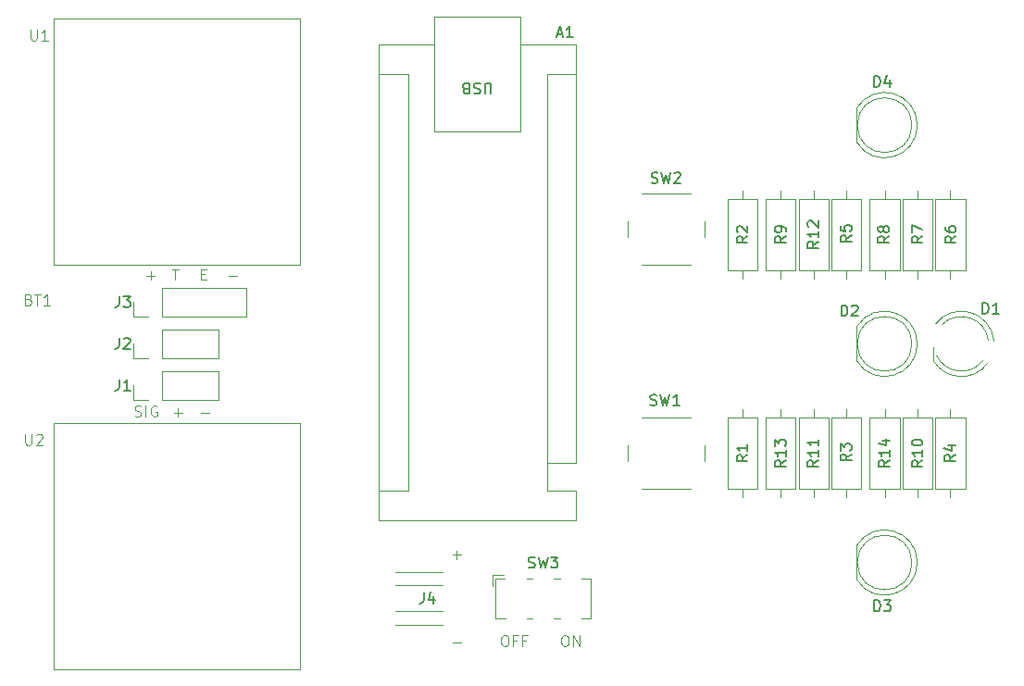
<source format=gto>
%TF.GenerationSoftware,KiCad,Pcbnew,8.0.0*%
%TF.CreationDate,2024-04-12T21:43:52+10:00*%
%TF.ProjectId,ghost-bot,67686f73-742d-4626-9f74-2e6b69636164,rev?*%
%TF.SameCoordinates,Original*%
%TF.FileFunction,Legend,Top*%
%TF.FilePolarity,Positive*%
%FSLAX46Y46*%
G04 Gerber Fmt 4.6, Leading zero omitted, Abs format (unit mm)*
G04 Created by KiCad (PCBNEW 8.0.0) date 2024-04-12 21:43:52*
%MOMM*%
%LPD*%
G01*
G04 APERTURE LIST*
%ADD10C,0.100000*%
%ADD11C,0.150000*%
%ADD12C,0.120000*%
G04 APERTURE END LIST*
D10*
X161171503Y-140657418D02*
X161361979Y-140657418D01*
X161361979Y-140657418D02*
X161457217Y-140705037D01*
X161457217Y-140705037D02*
X161552455Y-140800275D01*
X161552455Y-140800275D02*
X161600074Y-140990751D01*
X161600074Y-140990751D02*
X161600074Y-141324084D01*
X161600074Y-141324084D02*
X161552455Y-141514560D01*
X161552455Y-141514560D02*
X161457217Y-141609799D01*
X161457217Y-141609799D02*
X161361979Y-141657418D01*
X161361979Y-141657418D02*
X161171503Y-141657418D01*
X161171503Y-141657418D02*
X161076265Y-141609799D01*
X161076265Y-141609799D02*
X160981027Y-141514560D01*
X160981027Y-141514560D02*
X160933408Y-141324084D01*
X160933408Y-141324084D02*
X160933408Y-140990751D01*
X160933408Y-140990751D02*
X160981027Y-140800275D01*
X160981027Y-140800275D02*
X161076265Y-140705037D01*
X161076265Y-140705037D02*
X161171503Y-140657418D01*
X162361979Y-141133608D02*
X162028646Y-141133608D01*
X162028646Y-141657418D02*
X162028646Y-140657418D01*
X162028646Y-140657418D02*
X162504836Y-140657418D01*
X163219122Y-141133608D02*
X162885789Y-141133608D01*
X162885789Y-141657418D02*
X162885789Y-140657418D01*
X162885789Y-140657418D02*
X163361979Y-140657418D01*
X166671503Y-140657418D02*
X166861979Y-140657418D01*
X166861979Y-140657418D02*
X166957217Y-140705037D01*
X166957217Y-140705037D02*
X167052455Y-140800275D01*
X167052455Y-140800275D02*
X167100074Y-140990751D01*
X167100074Y-140990751D02*
X167100074Y-141324084D01*
X167100074Y-141324084D02*
X167052455Y-141514560D01*
X167052455Y-141514560D02*
X166957217Y-141609799D01*
X166957217Y-141609799D02*
X166861979Y-141657418D01*
X166861979Y-141657418D02*
X166671503Y-141657418D01*
X166671503Y-141657418D02*
X166576265Y-141609799D01*
X166576265Y-141609799D02*
X166481027Y-141514560D01*
X166481027Y-141514560D02*
X166433408Y-141324084D01*
X166433408Y-141324084D02*
X166433408Y-140990751D01*
X166433408Y-140990751D02*
X166481027Y-140800275D01*
X166481027Y-140800275D02*
X166576265Y-140705037D01*
X166576265Y-140705037D02*
X166671503Y-140657418D01*
X167528646Y-141657418D02*
X167528646Y-140657418D01*
X167528646Y-140657418D02*
X168100074Y-141657418D01*
X168100074Y-141657418D02*
X168100074Y-140657418D01*
X156481027Y-141276465D02*
X157242932Y-141276465D01*
X127433408Y-120609799D02*
X127576265Y-120657418D01*
X127576265Y-120657418D02*
X127814360Y-120657418D01*
X127814360Y-120657418D02*
X127909598Y-120609799D01*
X127909598Y-120609799D02*
X127957217Y-120562179D01*
X127957217Y-120562179D02*
X128004836Y-120466941D01*
X128004836Y-120466941D02*
X128004836Y-120371703D01*
X128004836Y-120371703D02*
X127957217Y-120276465D01*
X127957217Y-120276465D02*
X127909598Y-120228846D01*
X127909598Y-120228846D02*
X127814360Y-120181227D01*
X127814360Y-120181227D02*
X127623884Y-120133608D01*
X127623884Y-120133608D02*
X127528646Y-120085989D01*
X127528646Y-120085989D02*
X127481027Y-120038370D01*
X127481027Y-120038370D02*
X127433408Y-119943132D01*
X127433408Y-119943132D02*
X127433408Y-119847894D01*
X127433408Y-119847894D02*
X127481027Y-119752656D01*
X127481027Y-119752656D02*
X127528646Y-119705037D01*
X127528646Y-119705037D02*
X127623884Y-119657418D01*
X127623884Y-119657418D02*
X127861979Y-119657418D01*
X127861979Y-119657418D02*
X128004836Y-119705037D01*
X128433408Y-120657418D02*
X128433408Y-119657418D01*
X129433407Y-119705037D02*
X129338169Y-119657418D01*
X129338169Y-119657418D02*
X129195312Y-119657418D01*
X129195312Y-119657418D02*
X129052455Y-119705037D01*
X129052455Y-119705037D02*
X128957217Y-119800275D01*
X128957217Y-119800275D02*
X128909598Y-119895513D01*
X128909598Y-119895513D02*
X128861979Y-120085989D01*
X128861979Y-120085989D02*
X128861979Y-120228846D01*
X128861979Y-120228846D02*
X128909598Y-120419322D01*
X128909598Y-120419322D02*
X128957217Y-120514560D01*
X128957217Y-120514560D02*
X129052455Y-120609799D01*
X129052455Y-120609799D02*
X129195312Y-120657418D01*
X129195312Y-120657418D02*
X129290550Y-120657418D01*
X129290550Y-120657418D02*
X129433407Y-120609799D01*
X129433407Y-120609799D02*
X129481026Y-120562179D01*
X129481026Y-120562179D02*
X129481026Y-120228846D01*
X129481026Y-120228846D02*
X129290550Y-120228846D01*
X130838170Y-107157418D02*
X131409598Y-107157418D01*
X131123884Y-108157418D02*
X131123884Y-107157418D01*
X135981027Y-107776465D02*
X136742932Y-107776465D01*
X133481027Y-120276465D02*
X134242932Y-120276465D01*
X130981027Y-120276465D02*
X131742932Y-120276465D01*
X131361979Y-120657418D02*
X131361979Y-119895513D01*
X156481027Y-133276465D02*
X157242932Y-133276465D01*
X156861979Y-133657418D02*
X156861979Y-132895513D01*
X128481027Y-107776465D02*
X129242932Y-107776465D01*
X128861979Y-108157418D02*
X128861979Y-107395513D01*
X133481027Y-107633608D02*
X133814360Y-107633608D01*
X133957217Y-108157418D02*
X133481027Y-108157418D01*
X133481027Y-108157418D02*
X133481027Y-107157418D01*
X133481027Y-107157418D02*
X133957217Y-107157418D01*
D11*
X166045717Y-85669104D02*
X166521907Y-85669104D01*
X165950479Y-85954819D02*
X166283812Y-84954819D01*
X166283812Y-84954819D02*
X166617145Y-85954819D01*
X167474288Y-85954819D02*
X166902860Y-85954819D01*
X167188574Y-85954819D02*
X167188574Y-84954819D01*
X167188574Y-84954819D02*
X167093336Y-85097676D01*
X167093336Y-85097676D02*
X166998098Y-85192914D01*
X166998098Y-85192914D02*
X166902860Y-85240533D01*
X160011904Y-91145180D02*
X160011904Y-90335657D01*
X160011904Y-90335657D02*
X159964285Y-90240419D01*
X159964285Y-90240419D02*
X159916666Y-90192800D01*
X159916666Y-90192800D02*
X159821428Y-90145180D01*
X159821428Y-90145180D02*
X159630952Y-90145180D01*
X159630952Y-90145180D02*
X159535714Y-90192800D01*
X159535714Y-90192800D02*
X159488095Y-90240419D01*
X159488095Y-90240419D02*
X159440476Y-90335657D01*
X159440476Y-90335657D02*
X159440476Y-91145180D01*
X159011904Y-90192800D02*
X158869047Y-90145180D01*
X158869047Y-90145180D02*
X158630952Y-90145180D01*
X158630952Y-90145180D02*
X158535714Y-90192800D01*
X158535714Y-90192800D02*
X158488095Y-90240419D01*
X158488095Y-90240419D02*
X158440476Y-90335657D01*
X158440476Y-90335657D02*
X158440476Y-90430895D01*
X158440476Y-90430895D02*
X158488095Y-90526133D01*
X158488095Y-90526133D02*
X158535714Y-90573752D01*
X158535714Y-90573752D02*
X158630952Y-90621371D01*
X158630952Y-90621371D02*
X158821428Y-90668990D01*
X158821428Y-90668990D02*
X158916666Y-90716609D01*
X158916666Y-90716609D02*
X158964285Y-90764228D01*
X158964285Y-90764228D02*
X159011904Y-90859466D01*
X159011904Y-90859466D02*
X159011904Y-90954704D01*
X159011904Y-90954704D02*
X158964285Y-91049942D01*
X158964285Y-91049942D02*
X158916666Y-91097561D01*
X158916666Y-91097561D02*
X158821428Y-91145180D01*
X158821428Y-91145180D02*
X158583333Y-91145180D01*
X158583333Y-91145180D02*
X158440476Y-91097561D01*
X157678571Y-90668990D02*
X157535714Y-90621371D01*
X157535714Y-90621371D02*
X157488095Y-90573752D01*
X157488095Y-90573752D02*
X157440476Y-90478514D01*
X157440476Y-90478514D02*
X157440476Y-90335657D01*
X157440476Y-90335657D02*
X157488095Y-90240419D01*
X157488095Y-90240419D02*
X157535714Y-90192800D01*
X157535714Y-90192800D02*
X157630952Y-90145180D01*
X157630952Y-90145180D02*
X158011904Y-90145180D01*
X158011904Y-90145180D02*
X158011904Y-91145180D01*
X158011904Y-91145180D02*
X157678571Y-91145180D01*
X157678571Y-91145180D02*
X157583333Y-91097561D01*
X157583333Y-91097561D02*
X157535714Y-91049942D01*
X157535714Y-91049942D02*
X157488095Y-90954704D01*
X157488095Y-90954704D02*
X157488095Y-90859466D01*
X157488095Y-90859466D02*
X157535714Y-90764228D01*
X157535714Y-90764228D02*
X157583333Y-90716609D01*
X157583333Y-90716609D02*
X157678571Y-90668990D01*
X157678571Y-90668990D02*
X158011904Y-90668990D01*
X202454822Y-124166666D02*
X201978631Y-124499999D01*
X202454822Y-124738094D02*
X201454822Y-124738094D01*
X201454822Y-124738094D02*
X201454822Y-124357142D01*
X201454822Y-124357142D02*
X201502441Y-124261904D01*
X201502441Y-124261904D02*
X201550060Y-124214285D01*
X201550060Y-124214285D02*
X201645298Y-124166666D01*
X201645298Y-124166666D02*
X201788155Y-124166666D01*
X201788155Y-124166666D02*
X201883393Y-124214285D01*
X201883393Y-124214285D02*
X201931012Y-124261904D01*
X201931012Y-124261904D02*
X201978631Y-124357142D01*
X201978631Y-124357142D02*
X201978631Y-124738094D01*
X201788155Y-123309523D02*
X202454822Y-123309523D01*
X201407203Y-123547618D02*
X202121488Y-123785713D01*
X202121488Y-123785713D02*
X202121488Y-123166666D01*
X125996666Y-113454819D02*
X125996666Y-114169104D01*
X125996666Y-114169104D02*
X125949047Y-114311961D01*
X125949047Y-114311961D02*
X125853809Y-114407200D01*
X125853809Y-114407200D02*
X125710952Y-114454819D01*
X125710952Y-114454819D02*
X125615714Y-114454819D01*
X126425238Y-113550057D02*
X126472857Y-113502438D01*
X126472857Y-113502438D02*
X126568095Y-113454819D01*
X126568095Y-113454819D02*
X126806190Y-113454819D01*
X126806190Y-113454819D02*
X126901428Y-113502438D01*
X126901428Y-113502438D02*
X126949047Y-113550057D01*
X126949047Y-113550057D02*
X126996666Y-113645295D01*
X126996666Y-113645295D02*
X126996666Y-113740533D01*
X126996666Y-113740533D02*
X126949047Y-113883390D01*
X126949047Y-113883390D02*
X126377619Y-114454819D01*
X126377619Y-114454819D02*
X126996666Y-114454819D01*
X163436310Y-134442199D02*
X163579167Y-134489818D01*
X163579167Y-134489818D02*
X163817262Y-134489818D01*
X163817262Y-134489818D02*
X163912500Y-134442199D01*
X163912500Y-134442199D02*
X163960119Y-134394579D01*
X163960119Y-134394579D02*
X164007738Y-134299341D01*
X164007738Y-134299341D02*
X164007738Y-134204103D01*
X164007738Y-134204103D02*
X163960119Y-134108865D01*
X163960119Y-134108865D02*
X163912500Y-134061246D01*
X163912500Y-134061246D02*
X163817262Y-134013627D01*
X163817262Y-134013627D02*
X163626786Y-133966008D01*
X163626786Y-133966008D02*
X163531548Y-133918389D01*
X163531548Y-133918389D02*
X163483929Y-133870770D01*
X163483929Y-133870770D02*
X163436310Y-133775532D01*
X163436310Y-133775532D02*
X163436310Y-133680294D01*
X163436310Y-133680294D02*
X163483929Y-133585056D01*
X163483929Y-133585056D02*
X163531548Y-133537437D01*
X163531548Y-133537437D02*
X163626786Y-133489818D01*
X163626786Y-133489818D02*
X163864881Y-133489818D01*
X163864881Y-133489818D02*
X164007738Y-133537437D01*
X164341072Y-133489818D02*
X164579167Y-134489818D01*
X164579167Y-134489818D02*
X164769643Y-133775532D01*
X164769643Y-133775532D02*
X164960119Y-134489818D01*
X164960119Y-134489818D02*
X165198215Y-133489818D01*
X165483929Y-133489818D02*
X166102976Y-133489818D01*
X166102976Y-133489818D02*
X165769643Y-133870770D01*
X165769643Y-133870770D02*
X165912500Y-133870770D01*
X165912500Y-133870770D02*
X166007738Y-133918389D01*
X166007738Y-133918389D02*
X166055357Y-133966008D01*
X166055357Y-133966008D02*
X166102976Y-134061246D01*
X166102976Y-134061246D02*
X166102976Y-134299341D01*
X166102976Y-134299341D02*
X166055357Y-134394579D01*
X166055357Y-134394579D02*
X166007738Y-134442199D01*
X166007738Y-134442199D02*
X165912500Y-134489818D01*
X165912500Y-134489818D02*
X165626786Y-134489818D01*
X165626786Y-134489818D02*
X165531548Y-134442199D01*
X165531548Y-134442199D02*
X165483929Y-134394579D01*
X189954822Y-104642857D02*
X189478631Y-104976190D01*
X189954822Y-105214285D02*
X188954822Y-105214285D01*
X188954822Y-105214285D02*
X188954822Y-104833333D01*
X188954822Y-104833333D02*
X189002441Y-104738095D01*
X189002441Y-104738095D02*
X189050060Y-104690476D01*
X189050060Y-104690476D02*
X189145298Y-104642857D01*
X189145298Y-104642857D02*
X189288155Y-104642857D01*
X189288155Y-104642857D02*
X189383393Y-104690476D01*
X189383393Y-104690476D02*
X189431012Y-104738095D01*
X189431012Y-104738095D02*
X189478631Y-104833333D01*
X189478631Y-104833333D02*
X189478631Y-105214285D01*
X189954822Y-103690476D02*
X189954822Y-104261904D01*
X189954822Y-103976190D02*
X188954822Y-103976190D01*
X188954822Y-103976190D02*
X189097679Y-104071428D01*
X189097679Y-104071428D02*
X189192917Y-104166666D01*
X189192917Y-104166666D02*
X189240536Y-104261904D01*
X189050060Y-103309523D02*
X189002441Y-103261904D01*
X189002441Y-103261904D02*
X188954822Y-103166666D01*
X188954822Y-103166666D02*
X188954822Y-102928571D01*
X188954822Y-102928571D02*
X189002441Y-102833333D01*
X189002441Y-102833333D02*
X189050060Y-102785714D01*
X189050060Y-102785714D02*
X189145298Y-102738095D01*
X189145298Y-102738095D02*
X189240536Y-102738095D01*
X189240536Y-102738095D02*
X189383393Y-102785714D01*
X189383393Y-102785714D02*
X189954822Y-103357142D01*
X189954822Y-103357142D02*
X189954822Y-102738095D01*
X153843809Y-136739818D02*
X153843809Y-137454103D01*
X153843809Y-137454103D02*
X153796190Y-137596960D01*
X153796190Y-137596960D02*
X153700952Y-137692199D01*
X153700952Y-137692199D02*
X153558095Y-137739818D01*
X153558095Y-137739818D02*
X153462857Y-137739818D01*
X154748571Y-137073151D02*
X154748571Y-137739818D01*
X154510476Y-136692199D02*
X154272381Y-137406484D01*
X154272381Y-137406484D02*
X154891428Y-137406484D01*
X192954822Y-104086666D02*
X192478631Y-104419999D01*
X192954822Y-104658094D02*
X191954822Y-104658094D01*
X191954822Y-104658094D02*
X191954822Y-104277142D01*
X191954822Y-104277142D02*
X192002441Y-104181904D01*
X192002441Y-104181904D02*
X192050060Y-104134285D01*
X192050060Y-104134285D02*
X192145298Y-104086666D01*
X192145298Y-104086666D02*
X192288155Y-104086666D01*
X192288155Y-104086666D02*
X192383393Y-104134285D01*
X192383393Y-104134285D02*
X192431012Y-104181904D01*
X192431012Y-104181904D02*
X192478631Y-104277142D01*
X192478631Y-104277142D02*
X192478631Y-104658094D01*
X191954822Y-103181904D02*
X191954822Y-103658094D01*
X191954822Y-103658094D02*
X192431012Y-103705713D01*
X192431012Y-103705713D02*
X192383393Y-103658094D01*
X192383393Y-103658094D02*
X192335774Y-103562856D01*
X192335774Y-103562856D02*
X192335774Y-103324761D01*
X192335774Y-103324761D02*
X192383393Y-103229523D01*
X192383393Y-103229523D02*
X192431012Y-103181904D01*
X192431012Y-103181904D02*
X192526250Y-103134285D01*
X192526250Y-103134285D02*
X192764345Y-103134285D01*
X192764345Y-103134285D02*
X192859583Y-103181904D01*
X192859583Y-103181904D02*
X192907203Y-103229523D01*
X192907203Y-103229523D02*
X192954822Y-103324761D01*
X192954822Y-103324761D02*
X192954822Y-103562856D01*
X192954822Y-103562856D02*
X192907203Y-103658094D01*
X192907203Y-103658094D02*
X192859583Y-103705713D01*
X195026908Y-90494819D02*
X195026908Y-89494819D01*
X195026908Y-89494819D02*
X195265003Y-89494819D01*
X195265003Y-89494819D02*
X195407860Y-89542438D01*
X195407860Y-89542438D02*
X195503098Y-89637676D01*
X195503098Y-89637676D02*
X195550717Y-89732914D01*
X195550717Y-89732914D02*
X195598336Y-89923390D01*
X195598336Y-89923390D02*
X195598336Y-90066247D01*
X195598336Y-90066247D02*
X195550717Y-90256723D01*
X195550717Y-90256723D02*
X195503098Y-90351961D01*
X195503098Y-90351961D02*
X195407860Y-90447200D01*
X195407860Y-90447200D02*
X195265003Y-90494819D01*
X195265003Y-90494819D02*
X195026908Y-90494819D01*
X196455479Y-89828152D02*
X196455479Y-90494819D01*
X196217384Y-89447200D02*
X195979289Y-90161485D01*
X195979289Y-90161485D02*
X196598336Y-90161485D01*
X202504822Y-104166666D02*
X202028631Y-104499999D01*
X202504822Y-104738094D02*
X201504822Y-104738094D01*
X201504822Y-104738094D02*
X201504822Y-104357142D01*
X201504822Y-104357142D02*
X201552441Y-104261904D01*
X201552441Y-104261904D02*
X201600060Y-104214285D01*
X201600060Y-104214285D02*
X201695298Y-104166666D01*
X201695298Y-104166666D02*
X201838155Y-104166666D01*
X201838155Y-104166666D02*
X201933393Y-104214285D01*
X201933393Y-104214285D02*
X201981012Y-104261904D01*
X201981012Y-104261904D02*
X202028631Y-104357142D01*
X202028631Y-104357142D02*
X202028631Y-104738094D01*
X201504822Y-103309523D02*
X201504822Y-103499999D01*
X201504822Y-103499999D02*
X201552441Y-103595237D01*
X201552441Y-103595237D02*
X201600060Y-103642856D01*
X201600060Y-103642856D02*
X201742917Y-103738094D01*
X201742917Y-103738094D02*
X201933393Y-103785713D01*
X201933393Y-103785713D02*
X202314345Y-103785713D01*
X202314345Y-103785713D02*
X202409583Y-103738094D01*
X202409583Y-103738094D02*
X202457203Y-103690475D01*
X202457203Y-103690475D02*
X202504822Y-103595237D01*
X202504822Y-103595237D02*
X202504822Y-103404761D01*
X202504822Y-103404761D02*
X202457203Y-103309523D01*
X202457203Y-103309523D02*
X202409583Y-103261904D01*
X202409583Y-103261904D02*
X202314345Y-103214285D01*
X202314345Y-103214285D02*
X202076250Y-103214285D01*
X202076250Y-103214285D02*
X201981012Y-103261904D01*
X201981012Y-103261904D02*
X201933393Y-103309523D01*
X201933393Y-103309523D02*
X201885774Y-103404761D01*
X201885774Y-103404761D02*
X201885774Y-103595237D01*
X201885774Y-103595237D02*
X201933393Y-103690475D01*
X201933393Y-103690475D02*
X201981012Y-103738094D01*
X201981012Y-103738094D02*
X202076250Y-103785713D01*
X186954822Y-124642857D02*
X186478631Y-124976190D01*
X186954822Y-125214285D02*
X185954822Y-125214285D01*
X185954822Y-125214285D02*
X185954822Y-124833333D01*
X185954822Y-124833333D02*
X186002441Y-124738095D01*
X186002441Y-124738095D02*
X186050060Y-124690476D01*
X186050060Y-124690476D02*
X186145298Y-124642857D01*
X186145298Y-124642857D02*
X186288155Y-124642857D01*
X186288155Y-124642857D02*
X186383393Y-124690476D01*
X186383393Y-124690476D02*
X186431012Y-124738095D01*
X186431012Y-124738095D02*
X186478631Y-124833333D01*
X186478631Y-124833333D02*
X186478631Y-125214285D01*
X186954822Y-123690476D02*
X186954822Y-124261904D01*
X186954822Y-123976190D02*
X185954822Y-123976190D01*
X185954822Y-123976190D02*
X186097679Y-124071428D01*
X186097679Y-124071428D02*
X186192917Y-124166666D01*
X186192917Y-124166666D02*
X186240536Y-124261904D01*
X185954822Y-123357142D02*
X185954822Y-122738095D01*
X185954822Y-122738095D02*
X186335774Y-123071428D01*
X186335774Y-123071428D02*
X186335774Y-122928571D01*
X186335774Y-122928571D02*
X186383393Y-122833333D01*
X186383393Y-122833333D02*
X186431012Y-122785714D01*
X186431012Y-122785714D02*
X186526250Y-122738095D01*
X186526250Y-122738095D02*
X186764345Y-122738095D01*
X186764345Y-122738095D02*
X186859583Y-122785714D01*
X186859583Y-122785714D02*
X186907203Y-122833333D01*
X186907203Y-122833333D02*
X186954822Y-122928571D01*
X186954822Y-122928571D02*
X186954822Y-123214285D01*
X186954822Y-123214285D02*
X186907203Y-123309523D01*
X186907203Y-123309523D02*
X186859583Y-123357142D01*
X174571667Y-119582200D02*
X174714524Y-119629819D01*
X174714524Y-119629819D02*
X174952619Y-119629819D01*
X174952619Y-119629819D02*
X175047857Y-119582200D01*
X175047857Y-119582200D02*
X175095476Y-119534580D01*
X175095476Y-119534580D02*
X175143095Y-119439342D01*
X175143095Y-119439342D02*
X175143095Y-119344104D01*
X175143095Y-119344104D02*
X175095476Y-119248866D01*
X175095476Y-119248866D02*
X175047857Y-119201247D01*
X175047857Y-119201247D02*
X174952619Y-119153628D01*
X174952619Y-119153628D02*
X174762143Y-119106009D01*
X174762143Y-119106009D02*
X174666905Y-119058390D01*
X174666905Y-119058390D02*
X174619286Y-119010771D01*
X174619286Y-119010771D02*
X174571667Y-118915533D01*
X174571667Y-118915533D02*
X174571667Y-118820295D01*
X174571667Y-118820295D02*
X174619286Y-118725057D01*
X174619286Y-118725057D02*
X174666905Y-118677438D01*
X174666905Y-118677438D02*
X174762143Y-118629819D01*
X174762143Y-118629819D02*
X175000238Y-118629819D01*
X175000238Y-118629819D02*
X175143095Y-118677438D01*
X175476429Y-118629819D02*
X175714524Y-119629819D01*
X175714524Y-119629819D02*
X175905000Y-118915533D01*
X175905000Y-118915533D02*
X176095476Y-119629819D01*
X176095476Y-119629819D02*
X176333572Y-118629819D01*
X177238333Y-119629819D02*
X176666905Y-119629819D01*
X176952619Y-119629819D02*
X176952619Y-118629819D01*
X176952619Y-118629819D02*
X176857381Y-118772676D01*
X176857381Y-118772676D02*
X176762143Y-118867914D01*
X176762143Y-118867914D02*
X176666905Y-118915533D01*
X189954822Y-124642857D02*
X189478631Y-124976190D01*
X189954822Y-125214285D02*
X188954822Y-125214285D01*
X188954822Y-125214285D02*
X188954822Y-124833333D01*
X188954822Y-124833333D02*
X189002441Y-124738095D01*
X189002441Y-124738095D02*
X189050060Y-124690476D01*
X189050060Y-124690476D02*
X189145298Y-124642857D01*
X189145298Y-124642857D02*
X189288155Y-124642857D01*
X189288155Y-124642857D02*
X189383393Y-124690476D01*
X189383393Y-124690476D02*
X189431012Y-124738095D01*
X189431012Y-124738095D02*
X189478631Y-124833333D01*
X189478631Y-124833333D02*
X189478631Y-125214285D01*
X189954822Y-123690476D02*
X189954822Y-124261904D01*
X189954822Y-123976190D02*
X188954822Y-123976190D01*
X188954822Y-123976190D02*
X189097679Y-124071428D01*
X189097679Y-124071428D02*
X189192917Y-124166666D01*
X189192917Y-124166666D02*
X189240536Y-124261904D01*
X189954822Y-122738095D02*
X189954822Y-123309523D01*
X189954822Y-123023809D02*
X188954822Y-123023809D01*
X188954822Y-123023809D02*
X189097679Y-123119047D01*
X189097679Y-123119047D02*
X189192917Y-123214285D01*
X189192917Y-123214285D02*
X189240536Y-123309523D01*
D10*
X117915238Y-85242418D02*
X117915238Y-86051941D01*
X117915238Y-86051941D02*
X117962857Y-86147179D01*
X117962857Y-86147179D02*
X118010476Y-86194799D01*
X118010476Y-86194799D02*
X118105714Y-86242418D01*
X118105714Y-86242418D02*
X118296190Y-86242418D01*
X118296190Y-86242418D02*
X118391428Y-86194799D01*
X118391428Y-86194799D02*
X118439047Y-86147179D01*
X118439047Y-86147179D02*
X118486666Y-86051941D01*
X118486666Y-86051941D02*
X118486666Y-85242418D01*
X119486666Y-86242418D02*
X118915238Y-86242418D01*
X119200952Y-86242418D02*
X119200952Y-85242418D01*
X119200952Y-85242418D02*
X119105714Y-85385275D01*
X119105714Y-85385275D02*
X119010476Y-85480513D01*
X119010476Y-85480513D02*
X118915238Y-85528132D01*
D11*
X183454822Y-124166666D02*
X182978631Y-124499999D01*
X183454822Y-124738094D02*
X182454822Y-124738094D01*
X182454822Y-124738094D02*
X182454822Y-124357142D01*
X182454822Y-124357142D02*
X182502441Y-124261904D01*
X182502441Y-124261904D02*
X182550060Y-124214285D01*
X182550060Y-124214285D02*
X182645298Y-124166666D01*
X182645298Y-124166666D02*
X182788155Y-124166666D01*
X182788155Y-124166666D02*
X182883393Y-124214285D01*
X182883393Y-124214285D02*
X182931012Y-124261904D01*
X182931012Y-124261904D02*
X182978631Y-124357142D01*
X182978631Y-124357142D02*
X182978631Y-124738094D01*
X183454822Y-123214285D02*
X183454822Y-123785713D01*
X183454822Y-123499999D02*
X182454822Y-123499999D01*
X182454822Y-123499999D02*
X182597679Y-123595237D01*
X182597679Y-123595237D02*
X182692917Y-123690475D01*
X182692917Y-123690475D02*
X182740536Y-123785713D01*
X199454822Y-104166666D02*
X198978631Y-104499999D01*
X199454822Y-104738094D02*
X198454822Y-104738094D01*
X198454822Y-104738094D02*
X198454822Y-104357142D01*
X198454822Y-104357142D02*
X198502441Y-104261904D01*
X198502441Y-104261904D02*
X198550060Y-104214285D01*
X198550060Y-104214285D02*
X198645298Y-104166666D01*
X198645298Y-104166666D02*
X198788155Y-104166666D01*
X198788155Y-104166666D02*
X198883393Y-104214285D01*
X198883393Y-104214285D02*
X198931012Y-104261904D01*
X198931012Y-104261904D02*
X198978631Y-104357142D01*
X198978631Y-104357142D02*
X198978631Y-104738094D01*
X198454822Y-103833332D02*
X198454822Y-103166666D01*
X198454822Y-103166666D02*
X199454822Y-103595237D01*
X204939048Y-111239818D02*
X204939048Y-110239818D01*
X204939048Y-110239818D02*
X205177143Y-110239818D01*
X205177143Y-110239818D02*
X205320000Y-110287437D01*
X205320000Y-110287437D02*
X205415238Y-110382675D01*
X205415238Y-110382675D02*
X205462857Y-110477913D01*
X205462857Y-110477913D02*
X205510476Y-110668389D01*
X205510476Y-110668389D02*
X205510476Y-110811246D01*
X205510476Y-110811246D02*
X205462857Y-111001722D01*
X205462857Y-111001722D02*
X205415238Y-111096960D01*
X205415238Y-111096960D02*
X205320000Y-111192199D01*
X205320000Y-111192199D02*
X205177143Y-111239818D01*
X205177143Y-111239818D02*
X204939048Y-111239818D01*
X206462857Y-111239818D02*
X205891429Y-111239818D01*
X206177143Y-111239818D02*
X206177143Y-110239818D01*
X206177143Y-110239818D02*
X206081905Y-110382675D01*
X206081905Y-110382675D02*
X205986667Y-110477913D01*
X205986667Y-110477913D02*
X205891429Y-110525532D01*
X174666670Y-99262200D02*
X174809527Y-99309819D01*
X174809527Y-99309819D02*
X175047622Y-99309819D01*
X175047622Y-99309819D02*
X175142860Y-99262200D01*
X175142860Y-99262200D02*
X175190479Y-99214580D01*
X175190479Y-99214580D02*
X175238098Y-99119342D01*
X175238098Y-99119342D02*
X175238098Y-99024104D01*
X175238098Y-99024104D02*
X175190479Y-98928866D01*
X175190479Y-98928866D02*
X175142860Y-98881247D01*
X175142860Y-98881247D02*
X175047622Y-98833628D01*
X175047622Y-98833628D02*
X174857146Y-98786009D01*
X174857146Y-98786009D02*
X174761908Y-98738390D01*
X174761908Y-98738390D02*
X174714289Y-98690771D01*
X174714289Y-98690771D02*
X174666670Y-98595533D01*
X174666670Y-98595533D02*
X174666670Y-98500295D01*
X174666670Y-98500295D02*
X174714289Y-98405057D01*
X174714289Y-98405057D02*
X174761908Y-98357438D01*
X174761908Y-98357438D02*
X174857146Y-98309819D01*
X174857146Y-98309819D02*
X175095241Y-98309819D01*
X175095241Y-98309819D02*
X175238098Y-98357438D01*
X175571432Y-98309819D02*
X175809527Y-99309819D01*
X175809527Y-99309819D02*
X176000003Y-98595533D01*
X176000003Y-98595533D02*
X176190479Y-99309819D01*
X176190479Y-99309819D02*
X176428575Y-98309819D01*
X176761908Y-98405057D02*
X176809527Y-98357438D01*
X176809527Y-98357438D02*
X176904765Y-98309819D01*
X176904765Y-98309819D02*
X177142860Y-98309819D01*
X177142860Y-98309819D02*
X177238098Y-98357438D01*
X177238098Y-98357438D02*
X177285717Y-98405057D01*
X177285717Y-98405057D02*
X177333336Y-98500295D01*
X177333336Y-98500295D02*
X177333336Y-98595533D01*
X177333336Y-98595533D02*
X177285717Y-98738390D01*
X177285717Y-98738390D02*
X176714289Y-99309819D01*
X176714289Y-99309819D02*
X177333336Y-99309819D01*
X192026908Y-111454819D02*
X192026908Y-110454819D01*
X192026908Y-110454819D02*
X192265003Y-110454819D01*
X192265003Y-110454819D02*
X192407860Y-110502438D01*
X192407860Y-110502438D02*
X192503098Y-110597676D01*
X192503098Y-110597676D02*
X192550717Y-110692914D01*
X192550717Y-110692914D02*
X192598336Y-110883390D01*
X192598336Y-110883390D02*
X192598336Y-111026247D01*
X192598336Y-111026247D02*
X192550717Y-111216723D01*
X192550717Y-111216723D02*
X192503098Y-111311961D01*
X192503098Y-111311961D02*
X192407860Y-111407200D01*
X192407860Y-111407200D02*
X192265003Y-111454819D01*
X192265003Y-111454819D02*
X192026908Y-111454819D01*
X192979289Y-110550057D02*
X193026908Y-110502438D01*
X193026908Y-110502438D02*
X193122146Y-110454819D01*
X193122146Y-110454819D02*
X193360241Y-110454819D01*
X193360241Y-110454819D02*
X193455479Y-110502438D01*
X193455479Y-110502438D02*
X193503098Y-110550057D01*
X193503098Y-110550057D02*
X193550717Y-110645295D01*
X193550717Y-110645295D02*
X193550717Y-110740533D01*
X193550717Y-110740533D02*
X193503098Y-110883390D01*
X193503098Y-110883390D02*
X192931670Y-111454819D01*
X192931670Y-111454819D02*
X193550717Y-111454819D01*
X192954822Y-124086666D02*
X192478631Y-124419999D01*
X192954822Y-124658094D02*
X191954822Y-124658094D01*
X191954822Y-124658094D02*
X191954822Y-124277142D01*
X191954822Y-124277142D02*
X192002441Y-124181904D01*
X192002441Y-124181904D02*
X192050060Y-124134285D01*
X192050060Y-124134285D02*
X192145298Y-124086666D01*
X192145298Y-124086666D02*
X192288155Y-124086666D01*
X192288155Y-124086666D02*
X192383393Y-124134285D01*
X192383393Y-124134285D02*
X192431012Y-124181904D01*
X192431012Y-124181904D02*
X192478631Y-124277142D01*
X192478631Y-124277142D02*
X192478631Y-124658094D01*
X191954822Y-123753332D02*
X191954822Y-123134285D01*
X191954822Y-123134285D02*
X192335774Y-123467618D01*
X192335774Y-123467618D02*
X192335774Y-123324761D01*
X192335774Y-123324761D02*
X192383393Y-123229523D01*
X192383393Y-123229523D02*
X192431012Y-123181904D01*
X192431012Y-123181904D02*
X192526250Y-123134285D01*
X192526250Y-123134285D02*
X192764345Y-123134285D01*
X192764345Y-123134285D02*
X192859583Y-123181904D01*
X192859583Y-123181904D02*
X192907203Y-123229523D01*
X192907203Y-123229523D02*
X192954822Y-123324761D01*
X192954822Y-123324761D02*
X192954822Y-123610475D01*
X192954822Y-123610475D02*
X192907203Y-123705713D01*
X192907203Y-123705713D02*
X192859583Y-123753332D01*
X196454822Y-124642857D02*
X195978631Y-124976190D01*
X196454822Y-125214285D02*
X195454822Y-125214285D01*
X195454822Y-125214285D02*
X195454822Y-124833333D01*
X195454822Y-124833333D02*
X195502441Y-124738095D01*
X195502441Y-124738095D02*
X195550060Y-124690476D01*
X195550060Y-124690476D02*
X195645298Y-124642857D01*
X195645298Y-124642857D02*
X195788155Y-124642857D01*
X195788155Y-124642857D02*
X195883393Y-124690476D01*
X195883393Y-124690476D02*
X195931012Y-124738095D01*
X195931012Y-124738095D02*
X195978631Y-124833333D01*
X195978631Y-124833333D02*
X195978631Y-125214285D01*
X196454822Y-123690476D02*
X196454822Y-124261904D01*
X196454822Y-123976190D02*
X195454822Y-123976190D01*
X195454822Y-123976190D02*
X195597679Y-124071428D01*
X195597679Y-124071428D02*
X195692917Y-124166666D01*
X195692917Y-124166666D02*
X195740536Y-124261904D01*
X195788155Y-122833333D02*
X196454822Y-122833333D01*
X195407203Y-123071428D02*
X196121488Y-123309523D01*
X196121488Y-123309523D02*
X196121488Y-122690476D01*
D10*
X117714285Y-109933609D02*
X117857142Y-109981228D01*
X117857142Y-109981228D02*
X117904761Y-110028847D01*
X117904761Y-110028847D02*
X117952380Y-110124085D01*
X117952380Y-110124085D02*
X117952380Y-110266942D01*
X117952380Y-110266942D02*
X117904761Y-110362180D01*
X117904761Y-110362180D02*
X117857142Y-110409800D01*
X117857142Y-110409800D02*
X117761904Y-110457419D01*
X117761904Y-110457419D02*
X117380952Y-110457419D01*
X117380952Y-110457419D02*
X117380952Y-109457419D01*
X117380952Y-109457419D02*
X117714285Y-109457419D01*
X117714285Y-109457419D02*
X117809523Y-109505038D01*
X117809523Y-109505038D02*
X117857142Y-109552657D01*
X117857142Y-109552657D02*
X117904761Y-109647895D01*
X117904761Y-109647895D02*
X117904761Y-109743133D01*
X117904761Y-109743133D02*
X117857142Y-109838371D01*
X117857142Y-109838371D02*
X117809523Y-109885990D01*
X117809523Y-109885990D02*
X117714285Y-109933609D01*
X117714285Y-109933609D02*
X117380952Y-109933609D01*
X118238095Y-109457419D02*
X118809523Y-109457419D01*
X118523809Y-110457419D02*
X118523809Y-109457419D01*
X119666666Y-110457419D02*
X119095238Y-110457419D01*
X119380952Y-110457419D02*
X119380952Y-109457419D01*
X119380952Y-109457419D02*
X119285714Y-109600276D01*
X119285714Y-109600276D02*
X119190476Y-109695514D01*
X119190476Y-109695514D02*
X119095238Y-109743133D01*
D11*
X199454822Y-124642857D02*
X198978631Y-124976190D01*
X199454822Y-125214285D02*
X198454822Y-125214285D01*
X198454822Y-125214285D02*
X198454822Y-124833333D01*
X198454822Y-124833333D02*
X198502441Y-124738095D01*
X198502441Y-124738095D02*
X198550060Y-124690476D01*
X198550060Y-124690476D02*
X198645298Y-124642857D01*
X198645298Y-124642857D02*
X198788155Y-124642857D01*
X198788155Y-124642857D02*
X198883393Y-124690476D01*
X198883393Y-124690476D02*
X198931012Y-124738095D01*
X198931012Y-124738095D02*
X198978631Y-124833333D01*
X198978631Y-124833333D02*
X198978631Y-125214285D01*
X199454822Y-123690476D02*
X199454822Y-124261904D01*
X199454822Y-123976190D02*
X198454822Y-123976190D01*
X198454822Y-123976190D02*
X198597679Y-124071428D01*
X198597679Y-124071428D02*
X198692917Y-124166666D01*
X198692917Y-124166666D02*
X198740536Y-124261904D01*
X198454822Y-123071428D02*
X198454822Y-122976190D01*
X198454822Y-122976190D02*
X198502441Y-122880952D01*
X198502441Y-122880952D02*
X198550060Y-122833333D01*
X198550060Y-122833333D02*
X198645298Y-122785714D01*
X198645298Y-122785714D02*
X198835774Y-122738095D01*
X198835774Y-122738095D02*
X199073869Y-122738095D01*
X199073869Y-122738095D02*
X199264345Y-122785714D01*
X199264345Y-122785714D02*
X199359583Y-122833333D01*
X199359583Y-122833333D02*
X199407203Y-122880952D01*
X199407203Y-122880952D02*
X199454822Y-122976190D01*
X199454822Y-122976190D02*
X199454822Y-123071428D01*
X199454822Y-123071428D02*
X199407203Y-123166666D01*
X199407203Y-123166666D02*
X199359583Y-123214285D01*
X199359583Y-123214285D02*
X199264345Y-123261904D01*
X199264345Y-123261904D02*
X199073869Y-123309523D01*
X199073869Y-123309523D02*
X198835774Y-123309523D01*
X198835774Y-123309523D02*
X198645298Y-123261904D01*
X198645298Y-123261904D02*
X198550060Y-123214285D01*
X198550060Y-123214285D02*
X198502441Y-123166666D01*
X198502441Y-123166666D02*
X198454822Y-123071428D01*
D10*
X117415238Y-122242418D02*
X117415238Y-123051941D01*
X117415238Y-123051941D02*
X117462857Y-123147179D01*
X117462857Y-123147179D02*
X117510476Y-123194799D01*
X117510476Y-123194799D02*
X117605714Y-123242418D01*
X117605714Y-123242418D02*
X117796190Y-123242418D01*
X117796190Y-123242418D02*
X117891428Y-123194799D01*
X117891428Y-123194799D02*
X117939047Y-123147179D01*
X117939047Y-123147179D02*
X117986666Y-123051941D01*
X117986666Y-123051941D02*
X117986666Y-122242418D01*
X118415238Y-122337656D02*
X118462857Y-122290037D01*
X118462857Y-122290037D02*
X118558095Y-122242418D01*
X118558095Y-122242418D02*
X118796190Y-122242418D01*
X118796190Y-122242418D02*
X118891428Y-122290037D01*
X118891428Y-122290037D02*
X118939047Y-122337656D01*
X118939047Y-122337656D02*
X118986666Y-122432894D01*
X118986666Y-122432894D02*
X118986666Y-122528132D01*
X118986666Y-122528132D02*
X118939047Y-122670989D01*
X118939047Y-122670989D02*
X118367619Y-123242418D01*
X118367619Y-123242418D02*
X118986666Y-123242418D01*
D11*
X125996666Y-109644819D02*
X125996666Y-110359104D01*
X125996666Y-110359104D02*
X125949047Y-110501961D01*
X125949047Y-110501961D02*
X125853809Y-110597200D01*
X125853809Y-110597200D02*
X125710952Y-110644819D01*
X125710952Y-110644819D02*
X125615714Y-110644819D01*
X126377619Y-109644819D02*
X126996666Y-109644819D01*
X126996666Y-109644819D02*
X126663333Y-110025771D01*
X126663333Y-110025771D02*
X126806190Y-110025771D01*
X126806190Y-110025771D02*
X126901428Y-110073390D01*
X126901428Y-110073390D02*
X126949047Y-110121009D01*
X126949047Y-110121009D02*
X126996666Y-110216247D01*
X126996666Y-110216247D02*
X126996666Y-110454342D01*
X126996666Y-110454342D02*
X126949047Y-110549580D01*
X126949047Y-110549580D02*
X126901428Y-110597200D01*
X126901428Y-110597200D02*
X126806190Y-110644819D01*
X126806190Y-110644819D02*
X126520476Y-110644819D01*
X126520476Y-110644819D02*
X126425238Y-110597200D01*
X126425238Y-110597200D02*
X126377619Y-110549580D01*
X195026908Y-138454819D02*
X195026908Y-137454819D01*
X195026908Y-137454819D02*
X195265003Y-137454819D01*
X195265003Y-137454819D02*
X195407860Y-137502438D01*
X195407860Y-137502438D02*
X195503098Y-137597676D01*
X195503098Y-137597676D02*
X195550717Y-137692914D01*
X195550717Y-137692914D02*
X195598336Y-137883390D01*
X195598336Y-137883390D02*
X195598336Y-138026247D01*
X195598336Y-138026247D02*
X195550717Y-138216723D01*
X195550717Y-138216723D02*
X195503098Y-138311961D01*
X195503098Y-138311961D02*
X195407860Y-138407200D01*
X195407860Y-138407200D02*
X195265003Y-138454819D01*
X195265003Y-138454819D02*
X195026908Y-138454819D01*
X195931670Y-137454819D02*
X196550717Y-137454819D01*
X196550717Y-137454819D02*
X196217384Y-137835771D01*
X196217384Y-137835771D02*
X196360241Y-137835771D01*
X196360241Y-137835771D02*
X196455479Y-137883390D01*
X196455479Y-137883390D02*
X196503098Y-137931009D01*
X196503098Y-137931009D02*
X196550717Y-138026247D01*
X196550717Y-138026247D02*
X196550717Y-138264342D01*
X196550717Y-138264342D02*
X196503098Y-138359580D01*
X196503098Y-138359580D02*
X196455479Y-138407200D01*
X196455479Y-138407200D02*
X196360241Y-138454819D01*
X196360241Y-138454819D02*
X196074527Y-138454819D01*
X196074527Y-138454819D02*
X195979289Y-138407200D01*
X195979289Y-138407200D02*
X195931670Y-138359580D01*
X196404822Y-104166666D02*
X195928631Y-104499999D01*
X196404822Y-104738094D02*
X195404822Y-104738094D01*
X195404822Y-104738094D02*
X195404822Y-104357142D01*
X195404822Y-104357142D02*
X195452441Y-104261904D01*
X195452441Y-104261904D02*
X195500060Y-104214285D01*
X195500060Y-104214285D02*
X195595298Y-104166666D01*
X195595298Y-104166666D02*
X195738155Y-104166666D01*
X195738155Y-104166666D02*
X195833393Y-104214285D01*
X195833393Y-104214285D02*
X195881012Y-104261904D01*
X195881012Y-104261904D02*
X195928631Y-104357142D01*
X195928631Y-104357142D02*
X195928631Y-104738094D01*
X195833393Y-103595237D02*
X195785774Y-103690475D01*
X195785774Y-103690475D02*
X195738155Y-103738094D01*
X195738155Y-103738094D02*
X195642917Y-103785713D01*
X195642917Y-103785713D02*
X195595298Y-103785713D01*
X195595298Y-103785713D02*
X195500060Y-103738094D01*
X195500060Y-103738094D02*
X195452441Y-103690475D01*
X195452441Y-103690475D02*
X195404822Y-103595237D01*
X195404822Y-103595237D02*
X195404822Y-103404761D01*
X195404822Y-103404761D02*
X195452441Y-103309523D01*
X195452441Y-103309523D02*
X195500060Y-103261904D01*
X195500060Y-103261904D02*
X195595298Y-103214285D01*
X195595298Y-103214285D02*
X195642917Y-103214285D01*
X195642917Y-103214285D02*
X195738155Y-103261904D01*
X195738155Y-103261904D02*
X195785774Y-103309523D01*
X195785774Y-103309523D02*
X195833393Y-103404761D01*
X195833393Y-103404761D02*
X195833393Y-103595237D01*
X195833393Y-103595237D02*
X195881012Y-103690475D01*
X195881012Y-103690475D02*
X195928631Y-103738094D01*
X195928631Y-103738094D02*
X196023869Y-103785713D01*
X196023869Y-103785713D02*
X196214345Y-103785713D01*
X196214345Y-103785713D02*
X196309583Y-103738094D01*
X196309583Y-103738094D02*
X196357203Y-103690475D01*
X196357203Y-103690475D02*
X196404822Y-103595237D01*
X196404822Y-103595237D02*
X196404822Y-103404761D01*
X196404822Y-103404761D02*
X196357203Y-103309523D01*
X196357203Y-103309523D02*
X196309583Y-103261904D01*
X196309583Y-103261904D02*
X196214345Y-103214285D01*
X196214345Y-103214285D02*
X196023869Y-103214285D01*
X196023869Y-103214285D02*
X195928631Y-103261904D01*
X195928631Y-103261904D02*
X195881012Y-103309523D01*
X195881012Y-103309523D02*
X195833393Y-103404761D01*
X183454822Y-104166666D02*
X182978631Y-104499999D01*
X183454822Y-104738094D02*
X182454822Y-104738094D01*
X182454822Y-104738094D02*
X182454822Y-104357142D01*
X182454822Y-104357142D02*
X182502441Y-104261904D01*
X182502441Y-104261904D02*
X182550060Y-104214285D01*
X182550060Y-104214285D02*
X182645298Y-104166666D01*
X182645298Y-104166666D02*
X182788155Y-104166666D01*
X182788155Y-104166666D02*
X182883393Y-104214285D01*
X182883393Y-104214285D02*
X182931012Y-104261904D01*
X182931012Y-104261904D02*
X182978631Y-104357142D01*
X182978631Y-104357142D02*
X182978631Y-104738094D01*
X182550060Y-103785713D02*
X182502441Y-103738094D01*
X182502441Y-103738094D02*
X182454822Y-103642856D01*
X182454822Y-103642856D02*
X182454822Y-103404761D01*
X182454822Y-103404761D02*
X182502441Y-103309523D01*
X182502441Y-103309523D02*
X182550060Y-103261904D01*
X182550060Y-103261904D02*
X182645298Y-103214285D01*
X182645298Y-103214285D02*
X182740536Y-103214285D01*
X182740536Y-103214285D02*
X182883393Y-103261904D01*
X182883393Y-103261904D02*
X183454822Y-103833332D01*
X183454822Y-103833332D02*
X183454822Y-103214285D01*
X125996666Y-117264819D02*
X125996666Y-117979104D01*
X125996666Y-117979104D02*
X125949047Y-118121961D01*
X125949047Y-118121961D02*
X125853809Y-118217200D01*
X125853809Y-118217200D02*
X125710952Y-118264819D01*
X125710952Y-118264819D02*
X125615714Y-118264819D01*
X126996666Y-118264819D02*
X126425238Y-118264819D01*
X126710952Y-118264819D02*
X126710952Y-117264819D01*
X126710952Y-117264819D02*
X126615714Y-117407676D01*
X126615714Y-117407676D02*
X126520476Y-117502914D01*
X126520476Y-117502914D02*
X126425238Y-117550533D01*
X186954822Y-104166666D02*
X186478631Y-104499999D01*
X186954822Y-104738094D02*
X185954822Y-104738094D01*
X185954822Y-104738094D02*
X185954822Y-104357142D01*
X185954822Y-104357142D02*
X186002441Y-104261904D01*
X186002441Y-104261904D02*
X186050060Y-104214285D01*
X186050060Y-104214285D02*
X186145298Y-104166666D01*
X186145298Y-104166666D02*
X186288155Y-104166666D01*
X186288155Y-104166666D02*
X186383393Y-104214285D01*
X186383393Y-104214285D02*
X186431012Y-104261904D01*
X186431012Y-104261904D02*
X186478631Y-104357142D01*
X186478631Y-104357142D02*
X186478631Y-104738094D01*
X186954822Y-103690475D02*
X186954822Y-103499999D01*
X186954822Y-103499999D02*
X186907203Y-103404761D01*
X186907203Y-103404761D02*
X186859583Y-103357142D01*
X186859583Y-103357142D02*
X186716726Y-103261904D01*
X186716726Y-103261904D02*
X186526250Y-103214285D01*
X186526250Y-103214285D02*
X186145298Y-103214285D01*
X186145298Y-103214285D02*
X186050060Y-103261904D01*
X186050060Y-103261904D02*
X186002441Y-103309523D01*
X186002441Y-103309523D02*
X185954822Y-103404761D01*
X185954822Y-103404761D02*
X185954822Y-103595237D01*
X185954822Y-103595237D02*
X186002441Y-103690475D01*
X186002441Y-103690475D02*
X186050060Y-103738094D01*
X186050060Y-103738094D02*
X186145298Y-103785713D01*
X186145298Y-103785713D02*
X186383393Y-103785713D01*
X186383393Y-103785713D02*
X186478631Y-103738094D01*
X186478631Y-103738094D02*
X186526250Y-103690475D01*
X186526250Y-103690475D02*
X186573869Y-103595237D01*
X186573869Y-103595237D02*
X186573869Y-103404761D01*
X186573869Y-103404761D02*
X186526250Y-103309523D01*
X186526250Y-103309523D02*
X186478631Y-103261904D01*
X186478631Y-103261904D02*
X186383393Y-103214285D01*
D12*
%TO.C,A1*%
X149730000Y-86660000D02*
X149730000Y-130100000D01*
X149730000Y-86660000D02*
X154810000Y-86660000D01*
X149730000Y-130100000D02*
X167770000Y-130100000D01*
X152400000Y-89330000D02*
X149730000Y-89330000D01*
X152400000Y-127430000D02*
X149730000Y-127430000D01*
X152400000Y-127430000D02*
X152400000Y-89330000D01*
X154810000Y-84120000D02*
X162690000Y-84120000D01*
X154810000Y-94540000D02*
X154810000Y-84120000D01*
X162690000Y-84120000D02*
X162690000Y-94540000D01*
X162690000Y-94540000D02*
X154810000Y-94540000D01*
X165100000Y-89330000D02*
X167770000Y-89330000D01*
X165100000Y-124890000D02*
X165100000Y-89330000D01*
X165100000Y-124890000D02*
X165100000Y-127430000D01*
X165100000Y-124890000D02*
X167770000Y-124890000D01*
X165100000Y-127430000D02*
X167770000Y-127430000D01*
X167770000Y-86660000D02*
X162690000Y-86660000D01*
X167770000Y-124890000D02*
X167770000Y-86660000D01*
X167770000Y-130100000D02*
X167770000Y-127430000D01*
%TO.C,R4*%
X200630003Y-120730000D02*
X200630003Y-127270000D01*
X200630003Y-127270000D02*
X203370003Y-127270000D01*
X202000003Y-119960000D02*
X202000003Y-120730000D01*
X202000003Y-128040000D02*
X202000003Y-127270000D01*
X203370003Y-120730000D02*
X200630003Y-120730000D01*
X203370003Y-127270000D02*
X203370003Y-120730000D01*
%TO.C,J2*%
X127330000Y-115330000D02*
X127330000Y-114000000D01*
X128660000Y-115330000D02*
X127330000Y-115330000D01*
X129930000Y-112670000D02*
X135070000Y-112670000D01*
X129930000Y-115330000D02*
X129930000Y-112670000D01*
X129930000Y-115330000D02*
X135070000Y-115330000D01*
X135070000Y-115330000D02*
X135070000Y-112670000D01*
%TO.C,SW3*%
X160119643Y-135134999D02*
X161119643Y-135134999D01*
X160119643Y-136134999D02*
X160119643Y-135134999D01*
X160419643Y-135434999D02*
X161269643Y-135434999D01*
X160419643Y-139134999D02*
X160419643Y-135434999D01*
X161299643Y-139134999D02*
X160419643Y-139134999D01*
X163269643Y-135434999D02*
X163799643Y-135434999D01*
X163799643Y-139134999D02*
X163239643Y-139134999D01*
X165739643Y-135434999D02*
X166299643Y-135434999D01*
X166289643Y-139134999D02*
X165739643Y-139134999D01*
X168239643Y-135434999D02*
X169119643Y-135434999D01*
X169119643Y-135434999D02*
X169119643Y-139134999D01*
X169119643Y-139134999D02*
X168249643Y-139134999D01*
%TO.C,R12*%
X188130003Y-100730000D02*
X188130003Y-107270000D01*
X188130003Y-107270000D02*
X190870003Y-107270000D01*
X189500003Y-99960000D02*
X189500003Y-100730000D01*
X189500003Y-108040000D02*
X189500003Y-107270000D01*
X190870003Y-100730000D02*
X188130003Y-100730000D01*
X190870003Y-107270000D02*
X190870003Y-100730000D01*
%TO.C,J4*%
X155592143Y-134874999D02*
X151262143Y-134874999D01*
X155592143Y-136094999D02*
X151262143Y-136094999D01*
X155592143Y-138474999D02*
X151262143Y-138474999D01*
X155592143Y-139694999D02*
X151262143Y-139694999D01*
%TO.C,R5*%
X191130003Y-100730000D02*
X191130003Y-107270000D01*
X191130003Y-107270000D02*
X193870003Y-107270000D01*
X192500003Y-99960000D02*
X192500003Y-100730000D01*
X192500003Y-108040000D02*
X192500003Y-107270000D01*
X193870003Y-100730000D02*
X191130003Y-100730000D01*
X193870003Y-107270000D02*
X193870003Y-100730000D01*
%TO.C,D4*%
X193435003Y-92455000D02*
X193435003Y-95545000D01*
X193435004Y-92455170D02*
G75*
G02*
X198985002Y-94000462I2559999J-1544830D01*
G01*
X198985003Y-93999538D02*
G75*
G02*
X193435003Y-95544830I-2990000J-462D01*
G01*
X198495003Y-94000000D02*
G75*
G02*
X193495003Y-94000000I-2500000J0D01*
G01*
X193495003Y-94000000D02*
G75*
G02*
X198495003Y-94000000I2500000J0D01*
G01*
%TO.C,R6*%
X200630003Y-100730000D02*
X200630003Y-107270000D01*
X200630003Y-107270000D02*
X203370003Y-107270000D01*
X202000003Y-99960000D02*
X202000003Y-100730000D01*
X202000003Y-108040000D02*
X202000003Y-107270000D01*
X203370003Y-100730000D02*
X200630003Y-100730000D01*
X203370003Y-107270000D02*
X203370003Y-100730000D01*
%TO.C,R13*%
X185130003Y-120730000D02*
X185130003Y-127270000D01*
X185130003Y-127270000D02*
X187870003Y-127270000D01*
X186500003Y-119960000D02*
X186500003Y-120730000D01*
X186500003Y-128040000D02*
X186500003Y-127270000D01*
X187870003Y-120730000D02*
X185130003Y-120730000D01*
X187870003Y-127270000D02*
X187870003Y-120730000D01*
%TO.C,SW1*%
X172500003Y-123250000D02*
X172500003Y-124750000D01*
X173750003Y-127250000D02*
X178250003Y-127250000D01*
X178250003Y-120750000D02*
X173750003Y-120750000D01*
X179500003Y-124750000D02*
X179500003Y-123250000D01*
%TO.C,R11*%
X188130003Y-120730000D02*
X188130003Y-127270000D01*
X188130003Y-127270000D02*
X190870003Y-127270000D01*
X189500003Y-119960000D02*
X189500003Y-120730000D01*
X189500003Y-128040000D02*
X189500003Y-127270000D01*
X190870003Y-120730000D02*
X188130003Y-120730000D01*
X190870003Y-127270000D02*
X190870003Y-120730000D01*
%TO.C,U1*%
D10*
X120000000Y-84250000D02*
X142500000Y-84250000D01*
X142500000Y-106750000D01*
X120000000Y-106750000D01*
X120000000Y-84250000D01*
D12*
%TO.C,R1*%
X181630003Y-120730000D02*
X181630003Y-127270000D01*
X181630003Y-127270000D02*
X184370003Y-127270000D01*
X183000003Y-119960000D02*
X183000003Y-120730000D01*
X183000003Y-128040000D02*
X183000003Y-127270000D01*
X184370003Y-120730000D02*
X181630003Y-120730000D01*
X184370003Y-127270000D02*
X184370003Y-120730000D01*
%TO.C,R7*%
X197630003Y-100730000D02*
X197630003Y-107270000D01*
X197630003Y-107270000D02*
X200370003Y-107270000D01*
X199000003Y-99960000D02*
X199000003Y-100730000D01*
X199000003Y-108040000D02*
X199000003Y-107270000D01*
X200370003Y-100730000D02*
X197630003Y-100730000D01*
X200370003Y-107270000D02*
X200370003Y-100730000D01*
%TO.C,D1*%
X200453003Y-114301188D02*
X200453003Y-115547000D01*
X200628003Y-112202000D02*
G75*
G02*
X205989838Y-113743784I2385000J-1800000D01*
G01*
X201260404Y-112224001D02*
G75*
G02*
X205493093Y-113715579I1752599J-1777999D01*
G01*
X204972089Y-115555056D02*
G75*
G02*
X200758319Y-115082000I-1959086J1553056D01*
G01*
X205404337Y-115796887D02*
G75*
G02*
X200453004Y-115546830I-2391334J1794887D01*
G01*
%TO.C,SW2*%
X172500003Y-102750000D02*
X172500003Y-104250000D01*
X173750003Y-106750000D02*
X178250003Y-106750000D01*
X178250003Y-100250000D02*
X173750003Y-100250000D01*
X179500003Y-104250000D02*
X179500003Y-102750000D01*
%TO.C,D2*%
X193435003Y-112455000D02*
X193435003Y-115545000D01*
X193435004Y-112455170D02*
G75*
G02*
X198985002Y-114000462I2559999J-1544830D01*
G01*
X198985003Y-113999538D02*
G75*
G02*
X193435003Y-115544830I-2990000J-462D01*
G01*
X198495003Y-114000000D02*
G75*
G02*
X193495003Y-114000000I-2500000J0D01*
G01*
X193495003Y-114000000D02*
G75*
G02*
X198495003Y-114000000I2500000J0D01*
G01*
%TO.C,R3*%
X191130003Y-120730000D02*
X191130003Y-127270000D01*
X191130003Y-127270000D02*
X193870003Y-127270000D01*
X192500003Y-119960000D02*
X192500003Y-120730000D01*
X192500003Y-128040000D02*
X192500003Y-127270000D01*
X193870003Y-120730000D02*
X191130003Y-120730000D01*
X193870003Y-127270000D02*
X193870003Y-120730000D01*
%TO.C,R14*%
X194630003Y-120730000D02*
X194630003Y-127270000D01*
X194630003Y-127270000D02*
X197370003Y-127270000D01*
X196000003Y-119960000D02*
X196000003Y-120730000D01*
X196000003Y-128040000D02*
X196000003Y-127270000D01*
X197370003Y-120730000D02*
X194630003Y-120730000D01*
X197370003Y-127270000D02*
X197370003Y-120730000D01*
%TO.C,R10*%
X197630003Y-120730000D02*
X197630003Y-127270000D01*
X197630003Y-127270000D02*
X200370003Y-127270000D01*
X199000003Y-119960000D02*
X199000003Y-120730000D01*
X199000003Y-128040000D02*
X199000003Y-127270000D01*
X200370003Y-120730000D02*
X197630003Y-120730000D01*
X200370003Y-127270000D02*
X200370003Y-120730000D01*
%TO.C,U2*%
D10*
X120000000Y-121250000D02*
X142500000Y-121250000D01*
X142500000Y-143750000D01*
X120000000Y-143750000D01*
X120000000Y-121250000D01*
D12*
%TO.C,J3*%
X127330000Y-111520000D02*
X127330000Y-110190000D01*
X128660000Y-111520000D02*
X127330000Y-111520000D01*
X129930000Y-108860000D02*
X137610000Y-108860000D01*
X129930000Y-111520000D02*
X129930000Y-108860000D01*
X129930000Y-111520000D02*
X137610000Y-111520000D01*
X137610000Y-111520000D02*
X137610000Y-108860000D01*
%TO.C,D3*%
X193435003Y-132455000D02*
X193435003Y-135545000D01*
X193435004Y-132455170D02*
G75*
G02*
X198985002Y-134000462I2559999J-1544830D01*
G01*
X198985003Y-133999538D02*
G75*
G02*
X193435003Y-135544830I-2990000J-462D01*
G01*
X198495003Y-134000000D02*
G75*
G02*
X193495003Y-134000000I-2500000J0D01*
G01*
X193495003Y-134000000D02*
G75*
G02*
X198495003Y-134000000I2500000J0D01*
G01*
%TO.C,R8*%
X194630003Y-100730000D02*
X194630003Y-107270000D01*
X194630003Y-107270000D02*
X197370003Y-107270000D01*
X196000003Y-99960000D02*
X196000003Y-100730000D01*
X196000003Y-108040000D02*
X196000003Y-107270000D01*
X197370003Y-100730000D02*
X194630003Y-100730000D01*
X197370003Y-107270000D02*
X197370003Y-100730000D01*
%TO.C,R2*%
X181630003Y-100730000D02*
X181630003Y-107270000D01*
X181630003Y-107270000D02*
X184370003Y-107270000D01*
X183000003Y-99960000D02*
X183000003Y-100730000D01*
X183000003Y-108040000D02*
X183000003Y-107270000D01*
X184370003Y-100730000D02*
X181630003Y-100730000D01*
X184370003Y-107270000D02*
X184370003Y-100730000D01*
%TO.C,J1*%
X127330000Y-119140000D02*
X127330000Y-117810000D01*
X128660000Y-119140000D02*
X127330000Y-119140000D01*
X129930000Y-116480000D02*
X135070000Y-116480000D01*
X129930000Y-119140000D02*
X129930000Y-116480000D01*
X129930000Y-119140000D02*
X135070000Y-119140000D01*
X135070000Y-119140000D02*
X135070000Y-116480000D01*
%TO.C,R9*%
X185130003Y-100730000D02*
X185130003Y-107270000D01*
X185130003Y-107270000D02*
X187870003Y-107270000D01*
X186500003Y-99960000D02*
X186500003Y-100730000D01*
X186500003Y-108040000D02*
X186500003Y-107270000D01*
X187870003Y-100730000D02*
X185130003Y-100730000D01*
X187870003Y-107270000D02*
X187870003Y-100730000D01*
%TD*%
M02*

</source>
